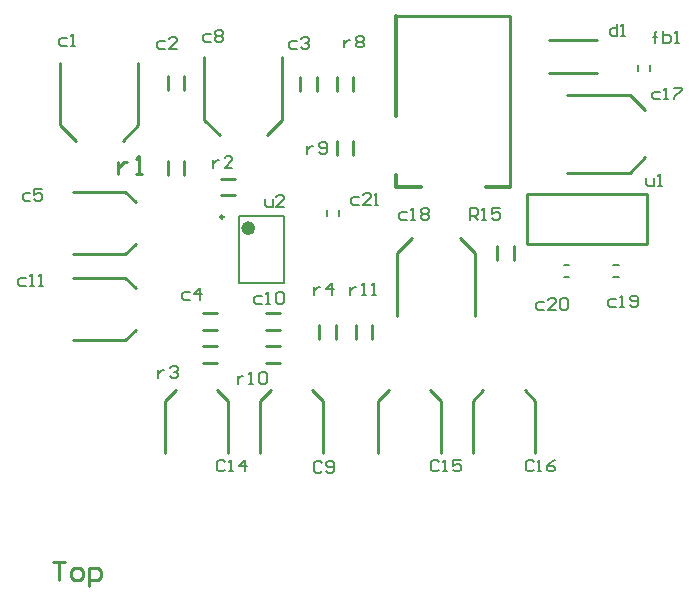
<source format=gto>
G04 Layer_Color=65535*
%FSLAX44Y44*%
%MOMM*%
G71*
G01*
G75*
%ADD21C,0.3000*%
%ADD23C,0.2540*%
%ADD30C,0.6000*%
%ADD31C,0.2500*%
%ADD32C,0.1500*%
%ADD33C,0.2000*%
D21*
X407000Y375000D02*
X428000D01*
X331000Y435000D02*
Y520000D01*
Y375000D02*
Y385000D01*
Y375000D02*
X352000D01*
D23*
X544000Y327000D02*
Y369000D01*
X442000D02*
X544000D01*
X442000Y327000D02*
Y369000D01*
Y327000D02*
X544000D01*
X331000Y520000D02*
X428000D01*
Y375000D02*
Y520000D01*
X461000Y471000D02*
X501000D01*
X461000Y499000D02*
X501000D01*
X138000Y457000D02*
Y469000D01*
X152000Y457000D02*
Y469000D01*
X264000Y456000D02*
Y468000D01*
X250000Y456000D02*
Y468000D01*
X168000Y268000D02*
X180000D01*
X168000Y254000D02*
X180000D01*
X221000D02*
X233000D01*
X221000Y268000D02*
X233000D01*
X138000Y385000D02*
Y397000D01*
X152000Y385000D02*
Y397000D01*
X183000Y382000D02*
X195000D01*
X183000Y368000D02*
X195000D01*
X168000Y240000D02*
X180000D01*
X168000Y226000D02*
X180000D01*
X266000Y246000D02*
Y258000D01*
X280000Y246000D02*
Y258000D01*
X281000Y456000D02*
Y468000D01*
X295000Y456000D02*
Y468000D01*
Y402000D02*
Y414000D01*
X281000Y402000D02*
Y414000D01*
X221000Y226000D02*
X233000D01*
X221000Y240000D02*
X233000D01*
X311000Y246000D02*
Y258000D01*
X297000Y246000D02*
Y258000D01*
X417000Y313000D02*
Y325000D01*
X431000Y313000D02*
Y325000D01*
X102000Y318000D02*
X111000Y327000D01*
X101000Y318000D02*
X102000D01*
Y371000D02*
X111000Y362000D01*
X100000Y371000D02*
X102000D01*
X58000Y318000D02*
X101000D01*
X58000Y371000D02*
X100000D01*
X260000Y203000D02*
X269000Y194000D01*
Y193000D02*
Y194000D01*
X216000D02*
X225000Y203000D01*
X216000Y192000D02*
Y194000D01*
X269000Y150000D02*
Y193000D01*
X216000Y150000D02*
Y192000D01*
X102000Y245000D02*
X111000Y254000D01*
X101000Y245000D02*
X102000D01*
Y298000D02*
X111000Y289000D01*
X100000Y298000D02*
X102000D01*
X58000Y245000D02*
X101000D01*
X58000Y298000D02*
X100000D01*
X180000Y203000D02*
X189000Y194000D01*
Y193000D02*
Y194000D01*
X136000D02*
X145000Y203000D01*
X136000Y192000D02*
Y194000D01*
X189000Y150000D02*
Y193000D01*
X136000Y150000D02*
Y192000D01*
X360000Y203000D02*
X369000Y194000D01*
Y193000D02*
Y194000D01*
X316000D02*
X325000Y203000D01*
X316000Y192000D02*
Y194000D01*
X369000Y150000D02*
Y193000D01*
X316000Y150000D02*
Y192000D01*
X440000Y203000D02*
X449000Y194000D01*
Y193000D02*
Y194000D01*
X396000D02*
X405000Y203000D01*
X396000Y192000D02*
Y194000D01*
X449000Y150000D02*
Y193000D01*
X396000Y150000D02*
Y192000D01*
X47000Y427000D02*
X60000Y414000D01*
X47000Y427000D02*
Y480000D01*
X100000Y414000D02*
X113000Y427000D01*
Y480000D01*
X235000Y432000D02*
Y485000D01*
X222000Y419000D02*
X235000Y432000D01*
X169000D02*
Y485000D01*
Y432000D02*
X182000Y419000D01*
X529000Y387000D02*
X542000Y400000D01*
X476000Y387000D02*
X529000D01*
Y453000D02*
X542000Y440000D01*
X476000Y453000D02*
X529000D01*
X332000Y266000D02*
Y319000D01*
X345000Y332000D01*
X398000Y266000D02*
Y319000D01*
X385000Y332000D02*
X398000Y319000D01*
X96000Y396157D02*
Y386000D01*
Y391078D01*
X98539Y393618D01*
X101078Y396157D01*
X103617D01*
X111235Y386000D02*
X116313D01*
X113774D01*
Y401235D01*
X111235Y398696D01*
X41000Y57235D02*
X51157D01*
X46078D01*
Y42000D01*
X58774D02*
X63853D01*
X66392Y44539D01*
Y49618D01*
X63853Y52157D01*
X58774D01*
X56235Y49618D01*
Y44539D01*
X58774Y42000D01*
X71470Y36922D02*
Y52157D01*
X79088D01*
X81627Y49618D01*
Y44539D01*
X79088Y42000D01*
X71470D01*
D30*
X209000Y340000D02*
G03*
X209000Y340000I-3000J0D01*
G01*
D31*
X185000Y349550D02*
G03*
X185000Y349550I-1250J0D01*
G01*
D32*
X515000Y299000D02*
X520000D01*
X515000Y309000D02*
X520000D01*
X473000Y299000D02*
X478000D01*
X473000Y309000D02*
X478000D01*
X273000Y350000D02*
Y355000D01*
X283000Y350000D02*
Y355000D01*
X546000Y473000D02*
Y478000D01*
X536000Y473000D02*
Y478000D01*
D33*
X198000Y350000D02*
X236000D01*
Y300063D02*
Y350000D01*
X198000Y294000D02*
Y350000D01*
X236000Y294000D02*
Y300063D01*
X198000Y294000D02*
X236000D01*
X550666Y497000D02*
Y505331D01*
Y501998D01*
X549000D01*
X552332D01*
X550666D01*
Y505331D01*
X552332Y506997D01*
X557331D02*
Y497000D01*
X562329D01*
X563995Y498666D01*
Y500332D01*
Y501998D01*
X562329Y503665D01*
X557331D01*
X567327Y497000D02*
X570660D01*
X568994D01*
Y506997D01*
X567327Y505331D01*
X220000Y364664D02*
Y359666D01*
X221666Y358000D01*
X226665D01*
Y364664D01*
X236661Y358000D02*
X229997D01*
X236661Y364664D01*
Y366331D01*
X234995Y367997D01*
X231663D01*
X229997Y366331D01*
X543000Y382664D02*
Y377666D01*
X544666Y376000D01*
X549664D01*
Y382664D01*
X552997Y376000D02*
X556329D01*
X554663D01*
Y385997D01*
X552997Y384331D01*
X394000Y347000D02*
Y356997D01*
X398998D01*
X400664Y355331D01*
Y351998D01*
X398998Y350332D01*
X394000D01*
X397332D02*
X400664Y347000D01*
X403997D02*
X407329D01*
X405663D01*
Y356997D01*
X403997Y355331D01*
X418992Y356997D02*
X412327D01*
Y351998D01*
X415660Y353665D01*
X417326D01*
X418992Y351998D01*
Y348666D01*
X417326Y347000D01*
X413994D01*
X412327Y348666D01*
X292608Y290128D02*
Y283464D01*
Y286796D01*
X294274Y288462D01*
X295940Y290128D01*
X297606D01*
X302605Y283464D02*
X305937D01*
X304271D01*
Y293461D01*
X302605Y291795D01*
X310935Y283464D02*
X314268D01*
X312602D01*
Y293461D01*
X310935Y291795D01*
X197000Y214664D02*
Y208000D01*
Y211332D01*
X198666Y212998D01*
X200332Y214664D01*
X201998D01*
X206997Y208000D02*
X210329D01*
X208663D01*
Y217997D01*
X206997Y216331D01*
X215327D02*
X216994Y217997D01*
X220326D01*
X221992Y216331D01*
Y209666D01*
X220326Y208000D01*
X216994D01*
X215327Y209666D01*
Y216331D01*
X256000Y409664D02*
Y403000D01*
Y406332D01*
X257666Y407998D01*
X259332Y409664D01*
X260998D01*
X265997Y404666D02*
X267663Y403000D01*
X270995D01*
X272661Y404666D01*
Y411331D01*
X270995Y412997D01*
X267663D01*
X265997Y411331D01*
Y409664D01*
X267663Y407998D01*
X272661D01*
X287000Y499664D02*
Y493000D01*
Y496332D01*
X288666Y497998D01*
X290332Y499664D01*
X291998D01*
X296997Y501331D02*
X298663Y502997D01*
X301995D01*
X303661Y501331D01*
Y499664D01*
X301995Y497998D01*
X303661Y496332D01*
Y494666D01*
X301995Y493000D01*
X298663D01*
X296997Y494666D01*
Y496332D01*
X298663Y497998D01*
X296997Y499664D01*
Y501331D01*
X298663Y497998D02*
X301995D01*
X261620Y290128D02*
Y283464D01*
Y286796D01*
X263286Y288462D01*
X264952Y290128D01*
X266618D01*
X276615Y283464D02*
Y293461D01*
X271617Y288462D01*
X278281D01*
X130000Y219664D02*
Y213000D01*
Y216332D01*
X131666Y217998D01*
X133332Y219664D01*
X134998D01*
X139997Y221331D02*
X141663Y222997D01*
X144995D01*
X146661Y221331D01*
Y219664D01*
X144995Y217998D01*
X143329D01*
X144995D01*
X146661Y216332D01*
Y214666D01*
X144995Y213000D01*
X141663D01*
X139997Y214666D01*
X176000Y397664D02*
Y391000D01*
Y394332D01*
X177666Y395998D01*
X179332Y397664D01*
X180998D01*
X192661Y391000D02*
X185997D01*
X192661Y397664D01*
Y399331D01*
X190995Y400997D01*
X187663D01*
X185997Y399331D01*
X518665Y512997D02*
Y503000D01*
X513666D01*
X512000Y504666D01*
Y507998D01*
X513666Y509664D01*
X518665D01*
X521997Y503000D02*
X525329D01*
X523663D01*
Y512997D01*
X521997Y511331D01*
X299664Y366665D02*
X294666D01*
X293000Y364998D01*
Y361666D01*
X294666Y360000D01*
X299664D01*
X309661D02*
X302997D01*
X309661Y366665D01*
Y368331D01*
X307995Y369997D01*
X304663D01*
X302997Y368331D01*
X312994Y360000D02*
X316326D01*
X314660D01*
Y369997D01*
X312994Y368331D01*
X456665Y277665D02*
X451666D01*
X450000Y275998D01*
Y272666D01*
X451666Y271000D01*
X456665D01*
X466661D02*
X459997D01*
X466661Y277665D01*
Y279331D01*
X464995Y280997D01*
X461663D01*
X459997Y279331D01*
X469994D02*
X471660Y280997D01*
X474992D01*
X476658Y279331D01*
Y272666D01*
X474992Y271000D01*
X471660D01*
X469994Y272666D01*
Y279331D01*
X517664Y279664D02*
X512666D01*
X511000Y277998D01*
Y274666D01*
X512666Y273000D01*
X517664D01*
X520997D02*
X524329D01*
X522663D01*
Y282997D01*
X520997Y281331D01*
X529327Y274666D02*
X530994Y273000D01*
X534326D01*
X535992Y274666D01*
Y281331D01*
X534326Y282997D01*
X530994D01*
X529327Y281331D01*
Y279664D01*
X530994Y277998D01*
X535992D01*
X340664Y353665D02*
X335666D01*
X334000Y351998D01*
Y348666D01*
X335666Y347000D01*
X340664D01*
X343997D02*
X347329D01*
X345663D01*
Y356997D01*
X343997Y355331D01*
X352327D02*
X353994Y356997D01*
X357326D01*
X358992Y355331D01*
Y353665D01*
X357326Y351998D01*
X358992Y350332D01*
Y348666D01*
X357326Y347000D01*
X353994D01*
X352327Y348666D01*
Y350332D01*
X353994Y351998D01*
X352327Y353665D01*
Y355331D01*
X353994Y351998D02*
X357326D01*
X554664Y455664D02*
X549666D01*
X548000Y453998D01*
Y450666D01*
X549666Y449000D01*
X554664D01*
X557997D02*
X561329D01*
X559663D01*
Y458997D01*
X557997Y457331D01*
X566327Y458997D02*
X572992D01*
Y457331D01*
X566327Y450666D01*
Y449000D01*
X447664Y142331D02*
X445998Y143997D01*
X442666D01*
X441000Y142331D01*
Y135666D01*
X442666Y134000D01*
X445998D01*
X447664Y135666D01*
X450997Y134000D02*
X454329D01*
X452663D01*
Y143997D01*
X450997Y142331D01*
X465992Y143997D02*
X462660Y142331D01*
X459327Y138998D01*
Y135666D01*
X460994Y134000D01*
X464326D01*
X465992Y135666D01*
Y137332D01*
X464326Y138998D01*
X459327D01*
X367664Y142331D02*
X365998Y143997D01*
X362666D01*
X361000Y142331D01*
Y135666D01*
X362666Y134000D01*
X365998D01*
X367664Y135666D01*
X370997Y134000D02*
X374329D01*
X372663D01*
Y143997D01*
X370997Y142331D01*
X385992Y143997D02*
X379327D01*
Y138998D01*
X382660Y140665D01*
X384326D01*
X385992Y138998D01*
Y135666D01*
X384326Y134000D01*
X380993D01*
X379327Y135666D01*
X186665Y142331D02*
X184998Y143997D01*
X181666D01*
X180000Y142331D01*
Y135666D01*
X181666Y134000D01*
X184998D01*
X186665Y135666D01*
X189997Y134000D02*
X193329D01*
X191663D01*
Y143997D01*
X189997Y142331D01*
X203326Y134000D02*
Y143997D01*
X198327Y138998D01*
X204992D01*
X17665Y297665D02*
X12666D01*
X11000Y295998D01*
Y292666D01*
X12666Y291000D01*
X17665D01*
X20997D02*
X24329D01*
X22663D01*
Y300997D01*
X20997Y299331D01*
X29327Y291000D02*
X32660D01*
X30994D01*
Y300997D01*
X29327Y299331D01*
X217665Y282665D02*
X212666D01*
X211000Y280998D01*
Y277666D01*
X212666Y276000D01*
X217665D01*
X220997D02*
X224329D01*
X222663D01*
Y285997D01*
X220997Y284331D01*
X229327D02*
X230994Y285997D01*
X234326D01*
X235992Y284331D01*
Y277666D01*
X234326Y276000D01*
X230994D01*
X229327Y277666D01*
Y284331D01*
X268664Y141331D02*
X266998Y142997D01*
X263666D01*
X262000Y141331D01*
Y134666D01*
X263666Y133000D01*
X266998D01*
X268664Y134666D01*
X271997D02*
X273663Y133000D01*
X276995D01*
X278661Y134666D01*
Y141331D01*
X276995Y142997D01*
X273663D01*
X271997Y141331D01*
Y139664D01*
X273663Y137998D01*
X278661D01*
X174664Y504664D02*
X169666D01*
X168000Y502998D01*
Y499666D01*
X169666Y498000D01*
X174664D01*
X177997Y506331D02*
X179663Y507997D01*
X182995D01*
X184661Y506331D01*
Y504664D01*
X182995Y502998D01*
X184661Y501332D01*
Y499666D01*
X182995Y498000D01*
X179663D01*
X177997Y499666D01*
Y501332D01*
X179663Y502998D01*
X177997Y504664D01*
Y506331D01*
X179663Y502998D02*
X182995D01*
X21665Y369664D02*
X16666D01*
X15000Y367998D01*
Y364666D01*
X16666Y363000D01*
X21665D01*
X31661Y372997D02*
X24997D01*
Y367998D01*
X28329Y369664D01*
X29995D01*
X31661Y367998D01*
Y364666D01*
X29995Y363000D01*
X26663D01*
X24997Y364666D01*
X156664Y285665D02*
X151666D01*
X150000Y283998D01*
Y280666D01*
X151666Y279000D01*
X156664D01*
X164995D02*
Y288997D01*
X159997Y283998D01*
X166661D01*
X247665Y498665D02*
X242666D01*
X241000Y496998D01*
Y493666D01*
X242666Y492000D01*
X247665D01*
X250997Y500331D02*
X252663Y501997D01*
X255995D01*
X257661Y500331D01*
Y498665D01*
X255995Y496998D01*
X254329D01*
X255995D01*
X257661Y495332D01*
Y493666D01*
X255995Y492000D01*
X252663D01*
X250997Y493666D01*
X135665Y498665D02*
X130666D01*
X129000Y496998D01*
Y493666D01*
X130666Y492000D01*
X135665D01*
X145661D02*
X138997D01*
X145661Y498665D01*
Y500331D01*
X143995Y501997D01*
X140663D01*
X138997Y500331D01*
X52664Y500664D02*
X47666D01*
X46000Y498998D01*
Y495666D01*
X47666Y494000D01*
X52664D01*
X55997D02*
X59329D01*
X57663D01*
Y503997D01*
X55997Y502331D01*
M02*

</source>
